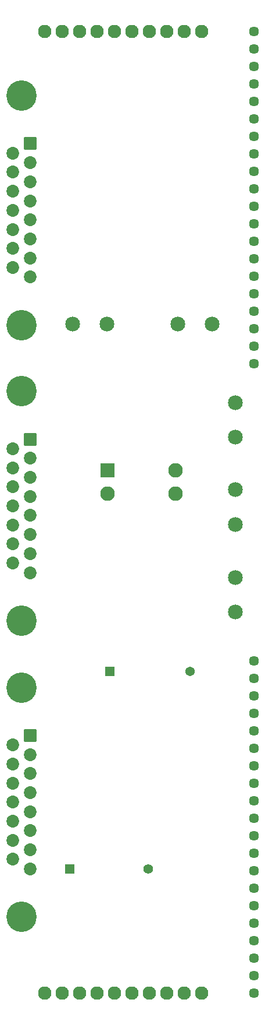
<source format=gbr>
%TF.GenerationSoftware,KiCad,Pcbnew,8.0.8*%
%TF.CreationDate,2025-02-03T20:53:05-05:00*%
%TF.ProjectId,IO Module V2.0,494f204d-6f64-4756-9c65-2056322e302e,rev?*%
%TF.SameCoordinates,Original*%
%TF.FileFunction,Soldermask,Bot*%
%TF.FilePolarity,Negative*%
%FSLAX46Y46*%
G04 Gerber Fmt 4.6, Leading zero omitted, Abs format (unit mm)*
G04 Created by KiCad (PCBNEW 8.0.8) date 2025-02-03 20:53:05*
%MOMM*%
%LPD*%
G01*
G04 APERTURE LIST*
G04 Aperture macros list*
%AMRoundRect*
0 Rectangle with rounded corners*
0 $1 Rounding radius*
0 $2 $3 $4 $5 $6 $7 $8 $9 X,Y pos of 4 corners*
0 Add a 4 corners polygon primitive as box body*
4,1,4,$2,$3,$4,$5,$6,$7,$8,$9,$2,$3,0*
0 Add four circle primitives for the rounded corners*
1,1,$1+$1,$2,$3*
1,1,$1+$1,$4,$5*
1,1,$1+$1,$6,$7*
1,1,$1+$1,$8,$9*
0 Add four rect primitives between the rounded corners*
20,1,$1+$1,$2,$3,$4,$5,0*
20,1,$1+$1,$4,$5,$6,$7,0*
20,1,$1+$1,$6,$7,$8,$9,0*
20,1,$1+$1,$8,$9,$2,$3,0*%
G04 Aperture macros list end*
%ADD10R,2.108200X2.108200*%
%ADD11C,2.108200*%
%ADD12C,2.154000*%
%ADD13RoundRect,0.102000X-0.825000X0.825000X-0.825000X-0.825000X0.825000X-0.825000X0.825000X0.825000X0*%
%ADD14C,1.854000*%
%ADD15C,4.420000*%
%ADD16R,1.397000X1.397000*%
%ADD17C,1.397000*%
%ADD18C,1.954000*%
%ADD19C,1.447800*%
%ADD20R,1.371600X1.371600*%
%ADD21C,1.371600*%
G04 APERTURE END LIST*
D10*
%TO.C,F1*%
X108200000Y-84100000D03*
D11*
X108200000Y-87503600D03*
X118106000Y-87503600D03*
X118106000Y-84100000D03*
%TD*%
D12*
%TO.C,J8*%
X118400000Y-62850000D03*
X123400000Y-62850000D03*
%TD*%
%TO.C,J10*%
X126800000Y-86940000D03*
X126800000Y-91940000D03*
%TD*%
D13*
%TO.C,J4*%
X96930000Y-122615000D03*
D14*
X96930000Y-125385000D03*
X96930000Y-128155000D03*
X96930000Y-130925000D03*
X96930000Y-133695000D03*
X96930000Y-136465000D03*
X96930000Y-139235000D03*
X96930000Y-142005000D03*
X94390000Y-124000000D03*
X94390000Y-126770000D03*
X94390000Y-129540000D03*
X94390000Y-132310000D03*
X94390000Y-135080000D03*
X94390000Y-137850000D03*
X94390000Y-140620000D03*
D15*
X95660000Y-115650000D03*
X95660000Y-148970000D03*
%TD*%
D16*
%TO.C,R23*%
X102700000Y-142000000D03*
D17*
X114130000Y-142000000D03*
%TD*%
D18*
%TO.C,REF\u002A\u002A*%
X99060000Y-160020000D03*
X101600000Y-160020000D03*
X104140000Y-160020000D03*
X106680000Y-160020000D03*
X109220000Y-160020000D03*
X111760000Y-160020000D03*
X114300000Y-160020000D03*
X116840000Y-160020000D03*
X119380000Y-160020000D03*
X121920000Y-160020000D03*
%TD*%
D12*
%TO.C,J11*%
X126800000Y-99700000D03*
X126800000Y-104700000D03*
%TD*%
D19*
%TO.C,J5*%
X129540000Y-20340500D03*
X129540000Y-22880500D03*
X129540000Y-25420500D03*
X129540000Y-27960500D03*
X129540000Y-30500500D03*
X129540000Y-33040500D03*
X129540000Y-35580500D03*
X129540000Y-38120500D03*
X129540000Y-40660500D03*
X129540000Y-43200500D03*
X129540000Y-45740500D03*
X129540000Y-48280500D03*
X129540000Y-50820500D03*
X129540000Y-53360500D03*
X129540000Y-55900500D03*
X129540000Y-58440500D03*
X129540000Y-60980500D03*
X129540000Y-63520500D03*
X129540000Y-66060500D03*
X129540000Y-68600500D03*
%TD*%
%TO.C,J6*%
X129540000Y-111760000D03*
X129540000Y-114300000D03*
X129540000Y-116840000D03*
X129540000Y-119380000D03*
X129540000Y-121920000D03*
X129540000Y-124460000D03*
X129540000Y-127000000D03*
X129540000Y-129540000D03*
X129540000Y-132080000D03*
X129540000Y-134620000D03*
X129540000Y-137160000D03*
X129540000Y-139700000D03*
X129540000Y-142240000D03*
X129540000Y-144780000D03*
X129540000Y-147320000D03*
X129540000Y-149860000D03*
X129540000Y-152400000D03*
X129540000Y-154940000D03*
X129540000Y-157480000D03*
X129540000Y-160020000D03*
%TD*%
D13*
%TO.C,J2*%
X96930000Y-36640750D03*
D14*
X96930000Y-39410750D03*
X96930000Y-42180750D03*
X96930000Y-44950750D03*
X96930000Y-47720750D03*
X96930000Y-50490750D03*
X96930000Y-53260750D03*
X96930000Y-56030750D03*
X94390000Y-38025750D03*
X94390000Y-40795750D03*
X94390000Y-43565750D03*
X94390000Y-46335750D03*
X94390000Y-49105750D03*
X94390000Y-51875750D03*
X94390000Y-54645750D03*
D15*
X95660000Y-29675750D03*
X95660000Y-62995750D03*
%TD*%
D13*
%TO.C,J3*%
X96930000Y-79580750D03*
D14*
X96930000Y-82350750D03*
X96930000Y-85120750D03*
X96930000Y-87890750D03*
X96930000Y-90660750D03*
X96930000Y-93430750D03*
X96930000Y-96200750D03*
X96930000Y-98970750D03*
X94390000Y-80965750D03*
X94390000Y-83735750D03*
X94390000Y-86505750D03*
X94390000Y-89275750D03*
X94390000Y-92045750D03*
X94390000Y-94815750D03*
X94390000Y-97585750D03*
D15*
X95660000Y-72615750D03*
X95660000Y-105935750D03*
%TD*%
D12*
%TO.C,J7*%
X103100000Y-62850000D03*
X108100000Y-62850000D03*
%TD*%
D20*
%TO.C,R26*%
X108500000Y-113300000D03*
D21*
X120184000Y-113300000D03*
%TD*%
D18*
%TO.C,J1*%
X99060000Y-20320000D03*
X101600000Y-20320000D03*
X104140000Y-20320000D03*
X106680000Y-20320000D03*
X109220000Y-20320000D03*
X111760000Y-20320000D03*
X114300000Y-20320000D03*
X116840000Y-20320000D03*
X119380000Y-20320000D03*
X121920000Y-20320000D03*
%TD*%
D12*
%TO.C,J9*%
X126800000Y-74280000D03*
X126800000Y-79280000D03*
%TD*%
M02*

</source>
